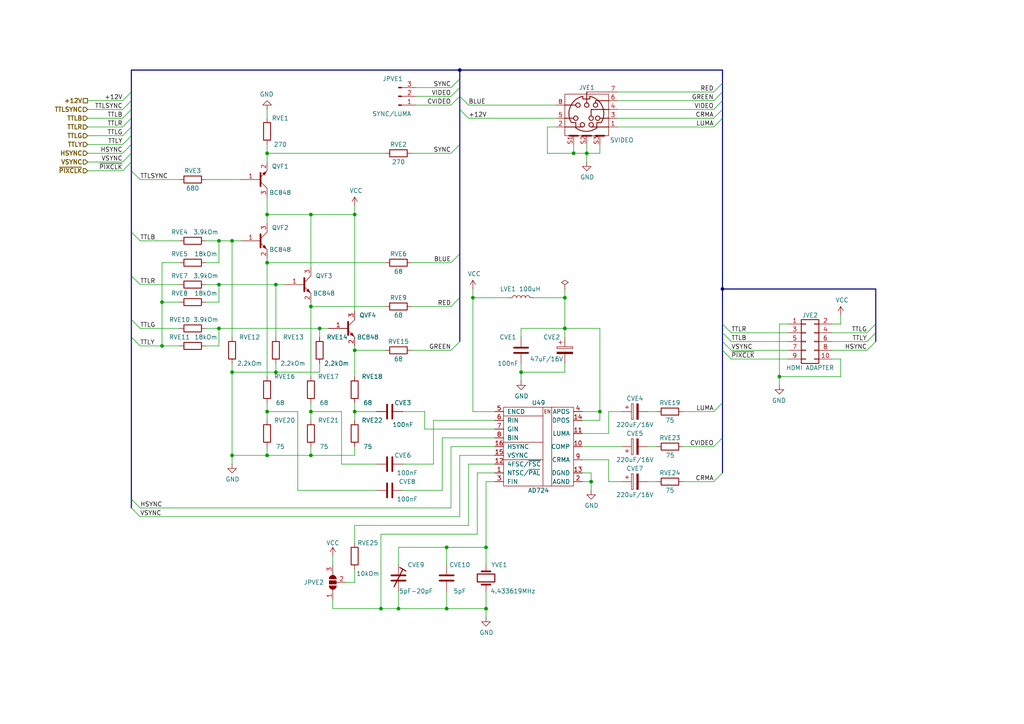
<source format=kicad_sch>
(kicad_sch (version 20231120) (generator "eeschema") (generator_version "8.0")
  (paper "A4")
  (lib_symbols
    (symbol "Connector:Conn_01x03_Pin" (pin_names (offset 1.016) hide)
      (property "Reference" "J" (at 0 5.08 0))
      (property "Value" "Conn_01x03_Pin" (at 0 -5.08 0))
      (symbol "Conn_01x03_Pin_1_1"
        (polyline (pts (xy 1.27 -2.54) (xy 0.8636 -2.54)) (stroke (width 0.1524)))
        (polyline (pts (xy 1.27 0) (xy 0.8636 0)) (stroke (width 0.1524)))
        (polyline (pts (xy 1.27 2.54) (xy 0.8636 2.54)) (stroke (width 0.1524)))
        (rectangle (start 0.8636 -2.413) (end 0 -2.667) (stroke (width 0.1524)) (fill (type outline)))
        (rectangle (start 0.8636 0.127) (end 0 -0.127) (stroke (width 0.1524)) (fill (type outline)))
        (rectangle (start 0.8636 2.667) (end 0 2.413) (stroke (width 0.1524)) (fill (type outline)))
        (pin passive line (at 5.08 2.54 180) (length 3.81) (name "Pin_1") (number "1"))
        (pin passive line (at 5.08 0 180) (length 3.81) (name "Pin_2") (number "2"))
        (pin passive line (at 5.08 -2.54 180) (length 3.81) (name "Pin_3") (number "3"))
      )
    )
    (symbol "Device:C" (pin_numbers hide) (pin_names (offset 0.254))
      (property "Reference" "C" (at 0.635 2.54 0))
      (property "Value" "C" (at 0.635 -2.54 0))
      (symbol "C_0_1"
        (polyline (pts (xy -2.032 -0.762) (xy 2.032 -0.762)) (stroke (width 0.508)))
        (polyline (pts (xy -2.032 0.762) (xy 2.032 0.762)) (stroke (width 0.508)))
      )
      (symbol "C_1_1"
        (pin passive line (at 0 3.81 270) (length 2.794) (name "~") (number "1"))
        (pin passive line (at 0 -3.81 90) (length 2.794) (name "~") (number "2"))
      )
    )
    (symbol "Device:C_Polarized" (pin_numbers hide) (pin_names (offset 0.254))
      (property "Reference" "C" (at 0.635 2.54 0))
      (property "Value" "C_Polarized" (at 0.635 -2.54 0))
      (symbol "C_Polarized_0_1"
        (rectangle (start -2.286 0.508) (end 2.286 1.016))
        (polyline (pts (xy -1.778 2.286) (xy -0.762 2.286)))
        (polyline (pts (xy -1.27 2.794) (xy -1.27 1.778)))
        (rectangle (start 2.286 -0.508) (end -2.286 -1.016) (fill (type outline)))
      )
      (symbol "C_Polarized_1_1"
        (pin passive line (at 0 3.81 270) (length 2.794) (name "~") (number "1"))
        (pin passive line (at 0 -3.81 90) (length 2.794) (name "~") (number "2"))
      )
    )
    (symbol "Device:C_Trim" (pin_numbers hide) (pin_names (offset 0.254) hide)
      (property "Reference" "C" (at 1.524 -2.032 0))
      (property "Value" "C_Trim" (at 3.048 -3.556 0))
      (symbol "C_Trim_0_1"
        (polyline (pts (xy -2.032 -0.762) (xy 2.032 -0.762)) (stroke (width 0.508)))
        (polyline (pts (xy -2.032 0.762) (xy 2.032 0.762)) (stroke (width 0.508)))
        (polyline (pts (xy 1.27 2.54) (xy -1.27 -2.54)) (stroke (width 0.3048)))
        (polyline (pts (xy 1.27 2.54) (xy 0.381 3.048)) (stroke (width 0.3048)))
        (polyline (pts (xy 1.27 2.54) (xy 2.159 2.032)) (stroke (width 0.3048)))
      )
      (symbol "C_Trim_1_1"
        (pin passive line (at 0 3.81 270) (length 3.048) (name "~") (number "1"))
        (pin passive line (at 0 -3.81 90) (length 3.048) (name "~") (number "2"))
      )
    )
    (symbol "Device:Crystal" (pin_numbers hide) (pin_names (offset 1.016) hide)
      (property "Reference" "Y" (at 0 3.81 0))
      (property "Value" "Crystal" (at 0 -3.81 0))
      (symbol "Crystal_0_1"
        (rectangle (start -1.143 2.54) (end 1.143 -2.54) (stroke (width 0.3048)))
        (polyline (pts (xy -2.54 0) (xy -1.905 0)))
        (polyline (pts (xy -1.905 -1.27) (xy -1.905 1.27)) (stroke (width 0.508)))
        (polyline (pts (xy 1.905 -1.27) (xy 1.905 1.27)) (stroke (width 0.508)))
        (polyline (pts (xy 2.54 0) (xy 1.905 0)))
      )
      (symbol "Crystal_1_1"
        (pin passive line (at -3.81 0 0) (length 1.27) (name "1") (number "1"))
        (pin passive line (at 3.81 0 180) (length 1.27) (name "2") (number "2"))
      )
    )
    (symbol "Device:L" (pin_numbers hide) (pin_names (offset 1.016) hide)
      (property "Reference" "L" (at -1.27 0 90))
      (property "Value" "L" (at 1.905 0 90))
      (symbol "L_0_1"
        (arc (start 0 -2.54) (mid 0.6323 -1.905) (end 0 -1.27))
        (arc (start 0 -1.27) (mid 0.6323 -0.635) (end 0 0))
        (arc (start 0 0) (mid 0.6323 0.635) (end 0 1.27))
        (arc (start 0 1.27) (mid 0.6323 1.905) (end 0 2.54))
      )
      (symbol "L_1_1"
        (pin passive line (at 0 3.81 270) (length 1.27) (name "1") (number "1"))
        (pin passive line (at 0 -3.81 90) (length 1.27) (name "2") (number "2"))
      )
    )
    (symbol "Device:R" (pin_numbers hide) (pin_names (offset 0))
      (property "Reference" "R" (at 2.032 0 90))
      (property "Value" "R" (at 0 0 90))
      (symbol "R_0_1"
        (rectangle (start -1.016 -2.54) (end 1.016 2.54) (stroke (width 0.254)))
      )
      (symbol "R_1_1"
        (pin passive line (at 0 3.81 270) (length 1.27) (name "~") (number "1"))
        (pin passive line (at 0 -3.81 90) (length 1.27) (name "~") (number "2"))
      )
    )
    (symbol "Jumper:SolderJumper_3_Open" (pin_names (offset 0) hide)
      (property "Reference" "JP" (at -2.54 -2.54 0))
      (property "Value" "SolderJumper_3_Open" (at 0 2.794 0))
      (symbol "SolderJumper_3_Open_0_1"
        (arc (start -1.016 1.016) (mid -2.0276 0) (end -1.016 -1.016))
        (arc (start -1.016 1.016) (mid -2.0276 0) (end -1.016 -1.016) (fill (type outline)))
        (rectangle (start -0.508 1.016) (end 0.508 -1.016) (fill (type outline)))
        (polyline (pts (xy -2.54 0) (xy -2.032 0)))
        (polyline (pts (xy -1.016 1.016) (xy -1.016 -1.016)))
        (polyline (pts (xy 0 -1.27) (xy 0 -1.016)))
        (polyline (pts (xy 1.016 1.016) (xy 1.016 -1.016)))
        (polyline (pts (xy 2.54 0) (xy 2.032 0)))
        (arc (start 1.016 -1.016) (mid 2.0276 0) (end 1.016 1.016))
        (arc (start 1.016 -1.016) (mid 2.0276 0) (end 1.016 1.016) (fill (type outline)))
      )
      (symbol "SolderJumper_3_Open_1_1"
        (pin passive line (at -5.08 0 0) (length 2.54) (name "A") (number "1"))
        (pin passive line (at 0 -3.81 90) (length 2.54) (name "C") (number "2"))
        (pin passive line (at 5.08 0 180) (length 2.54) (name "B") (number "3"))
      )
    )
    (symbol "Mini-DIN:MD-80"
      (property "Reference" "CN" (at 0 7.62 0))
      (property "Value" "MD-80" (at 0 -8.89 0))
      (symbol "MD-80_0_1"
        (rectangle (start -6.35 5.715) (end 6.35 -6.35))
        (arc (start -3.175 -4.064) (mid -0.127 -5.08) (end 2.921 -4.064) (stroke (width 0.254)))
        (circle (center -3.175 -1.27) (radius 0.635) (stroke (width 0.25)))
        (circle (center -2.54 2.54) (radius 0.635) (stroke (width 0.25)))
        (circle (center -1.27 -3.175) (radius 0.635) (stroke (width 0.25)))
        (rectangle (start -1.27 0) (end -1.27 0))
        (arc (start -1.143 5.08) (mid -4.7511 2.1181) (end -4.445 -2.54) (stroke (width 0.254)))
        (polyline (pts (xy -6.35 -1.27) (xy -3.81 -1.27)) (stroke (width 0.25)))
        (polyline (pts (xy -6.35 2.54) (xy -3.175 2.54)) (stroke (width 0.25)))
        (polyline (pts (xy -5.08 -6.35) (xy -2.54 -6.35)) (stroke (width 0.5)))
        (polyline (pts (xy -1.27 -6.35) (xy 1.27 -6.35)) (stroke (width 0.5)))
        (polyline (pts (xy 0 3.175) (xy 0 6.35)) (stroke (width 0.25)))
        (polyline (pts (xy 0 5.08) (xy 0 5.08)) (stroke (width 0.25)))
        (polyline (pts (xy 0 6.35) (xy 6.35 6.35)))
        (polyline (pts (xy 2.54 -6.35) (xy 5.08 -6.35)) (stroke (width 0.5)))
        (polyline (pts (xy 3.81 -1.27) (xy 6.34 -1.27)) (stroke (width 0.25)))
        (polyline (pts (xy 6.985 5.715) (xy 6.985 5.715)))
        (polyline (pts (xy -4.445 -2.54) (xy -3.175 -2.54) (xy -3.175 -4.064)) (stroke (width 0.254)))
        (polyline (pts (xy -1.27 -3.81) (xy -1.27 -3.81) (xy -6.35 -3.81)) (stroke (width 0.25)))
        (polyline (pts (xy 1.27 -3.81) (xy 1.27 -3.81) (xy 6.35 -3.81)) (stroke (width 0.25)))
        (polyline (pts (xy 1.27 -0.635) (xy 1.27 1.27) (xy 6.35 1.27)) (stroke (width 0.25)))
        (polyline (pts (xy 2.54 3.175) (xy 2.54 3.81) (xy 6.35 3.81)) (stroke (width 0.25)))
        (polyline (pts (xy 4.191 -2.54) (xy 2.921 -2.54) (xy 2.921 -4.064)) (stroke (width 0.254)))
        (polyline (pts (xy -1.143 5.08) (xy -1.143 4.318) (xy 0.889 4.318) (xy 0.889 5.08)) (stroke (width 0.254)))
        (circle (center 0 2.54) (radius 0.635) (stroke (width 0.25)))
        (circle (center 1.27 -3.175) (radius 0.635) (stroke (width 0.25)))
        (circle (center 1.27 -1.27) (radius 0.635) (stroke (width 0.25)))
        (circle (center 2.54 2.54) (radius 0.635) (stroke (width 0.25)))
        (circle (center 3.175 -1.27) (radius 0.635) (stroke (width 0.25)))
        (arc (start 4.191 -2.54) (mid 4.5376 2.1357) (end 0.889 5.08) (stroke (width 0.254)))
      )
      (symbol "MD-80_1_1"
        (pin passive line (at 8.89 -3.81 180) (length 2.54) (name "") (number "1"))
        (pin passive line (at -8.89 -3.81 0) (length 2.54) (name "") (number "2"))
        (pin passive line (at 8.89 -1.27 180) (length 2.54) (name "") (number "3"))
        (pin passive line (at 8.89 1.27 180) (length 2.54) (name "") (number "4"))
        (pin passive line (at -8.89 -1.27 0) (length 2.54) (name "") (number "5"))
        (pin passive line (at 8.89 3.81 180) (length 2.54) (name "") (number "6"))
        (pin passive line (at 8.89 6.35 180) (length 2.54) (name "") (number "7"))
        (pin passive line (at -8.89 2.54 0) (length 2.54) (name "") (number "8"))
        (pin passive line (at -3.81 -8.89 90) (length 2.54) (name "") (number "S1"))
        (pin passive line (at 0 -8.89 90) (length 2.54) (name "") (number "S2"))
        (pin passive line (at 3.81 -8.89 90) (length 2.54) (name "") (number "S3"))
      )
    )
    (symbol "power:GND" (power) (pin_numbers hide) (pin_names (offset 0) hide)
      (property "Value" "GND" (at 0 -3.81 0))
      (symbol "GND_0_1"
        (polyline (pts (xy 0 0) (xy 0 -1.27) (xy 1.27 -1.27) (xy 0 -2.54) (xy -1.27 -1.27) (xy 0 -1.27)))
      )
      (symbol "GND_1_1"
        (pin power_in line (at 0 0 270) (length 0) (name "~") (number "1"))
      )
    )
    (symbol "power:PWR_FLAG" (power) (pin_numbers hide) (pin_names (offset 0) hide)
      (property "Value" "PWR_FLAG" (at 0 3.81 0))
      (symbol "PWR_FLAG_0_0"
        (pin power_out line (at 0 0 90) (length 0) (name "~") (number "1"))
      )
      (symbol "PWR_FLAG_0_1"
        (polyline (pts (xy 0 0) (xy 0 1.27) (xy -1.016 1.905) (xy 0 2.54) (xy 1.016 1.905) (xy 0 1.27)))
      )
    )
    (symbol "power:VCC" (power) (pin_numbers hide) (pin_names (offset 0) hide)
      (property "Value" "VCC" (at 0 3.556 0))
      (symbol "VCC_0_1"
        (polyline (pts (xy -0.762 1.27) (xy 0 2.54)))
        (polyline (pts (xy 0 0) (xy 0 2.54)))
        (polyline (pts (xy 0 2.54) (xy 0.762 1.27)))
      )
      (symbol "VCC_1_1"
        (pin power_in line (at 0 0 90) (length 0) (name "~") (number "1"))
      )
    )
    (symbol "zx_custom_symbol:AD724" (pin_names (offset 1.016))
      (property "Reference" "U" (at 0 12.7 0))
      (property "Value" "AD724" (at 0 -12.7 0))
      (symbol "AD724_0_0"
        (polyline (pts (xy 1.27 11.43) (xy 1.27 -11.43)))
        (polyline (pts (xy 3.81 11.43) (xy 3.81 -11.43)))
        (text "EN" (at 2.54 10.16 0) (effects (font (size 1 1))))
      )
      (symbol "AD724_0_1"
        (rectangle (start -10.16 11.43) (end 10.16 -11.43))
        (polyline (pts (xy -10.16 -3.81) (xy 1.27 -3.81)))
        (polyline (pts (xy -10.16 1.27) (xy 1.27 1.27)))
        (polyline (pts (xy -10.16 8.89) (xy 1.27 8.89)))
        (rectangle (start 6.35 -11.43) (end 6.35 -11.43))
      )
      (symbol "AD724_1_1"
        (pin input line (at -12.7 -7.62 0) (length 2.54) (name "NTSC/~{PAL}") (number "1"))
        (pin output line (at 12.7 0 180) (length 2.54) (name "COMP") (number "10"))
        (pin output line (at 12.7 3.81 180) (length 2.54) (name "LUMA") (number "11"))
        (pin input line (at -12.7 -5.08 0) (length 2.54) (name "4FSC/~{FSC}") (number "12"))
        (pin power_in line (at 12.7 -7.62 180) (length 2.54) (name "DGND") (number "13"))
        (pin power_in line (at 12.7 7.62 180) (length 2.54) (name "DPOS") (number "14"))
        (pin input line (at -12.7 -2.54 0) (length 2.54) (name "VSYNC") (number "15"))
        (pin input line (at -12.7 0 0) (length 2.54) (name "HSYNC") (number "16"))
        (pin power_in line (at 12.7 -10.16 180) (length 2.54) (name "AGND") (number "2"))
        (pin input line (at -12.7 -10.16 0) (length 2.54) (name "FIN") (number "3"))
        (pin power_in line (at 12.7 10.16 180) (length 2.54) (name "APOS") (number "4"))
        (pin input line (at -12.7 10.16 0) (length 2.54) (name "ENCD") (number "5"))
        (pin input line (at -12.7 7.62 0) (length 2.54) (name "RIN") (number "6"))
        (pin input line (at -12.7 5.08 0) (length 2.54) (name "GIN") (number "7"))
        (pin input line (at -12.7 2.54 0) (length 2.54) (name "BIN") (number "8"))
        (pin output line (at 12.7 -3.81 180) (length 2.54) (name "CRMA") (number "9"))
      )
    )
    (symbol "zx_custom_symbol:Conn_02x05" (pin_names (offset 1.016) hide)
      (property "Reference" "J" (at 0 7.62 0))
      (property "Value" "Conn_02x05" (at 0 -7.62 0))
      (symbol "Conn_02x05_1_1"
        (rectangle (start -2.54 -4.953) (end -1.27 -5.207) (stroke (width 0.1524)))
        (rectangle (start -2.54 -2.413) (end -1.27 -2.667) (stroke (width 0.1524)))
        (rectangle (start -2.54 0.127) (end -1.27 -0.127) (stroke (width 0.1524)))
        (rectangle (start -2.54 2.667) (end -1.27 2.413) (stroke (width 0.1524)))
        (rectangle (start -2.54 5.207) (end -1.27 4.953) (stroke (width 0.1524)))
        (rectangle (start -2.54 6.35) (end 2.54 -6.35) (stroke (width 0.254)))
        (rectangle (start 2.54 -4.953) (end 1.27 -5.207) (stroke (width 0.1524)))
        (rectangle (start 2.54 -2.413) (end 1.27 -2.667) (stroke (width 0.1524)))
        (rectangle (start 2.54 0.127) (end 1.27 -0.127) (stroke (width 0.1524)))
        (rectangle (start 2.54 2.667) (end 1.27 2.413) (stroke (width 0.1524)))
        (rectangle (start 2.54 5.207) (end 1.27 4.953) (stroke (width 0.1524)))
        (pin passive line (at -6.35 5.08 0) (length 3.81) (name "Pin_1") (number "1"))
        (pin passive line (at 6.35 -5.08 180) (length 3.81) (name "Pin_10") (number "10"))
        (pin passive line (at 6.35 5.08 180) (length 3.81) (name "Pin_2") (number "2"))
        (pin passive line (at -6.35 2.54 0) (length 3.81) (name "Pin_3") (number "3"))
        (pin passive line (at 6.35 2.54 180) (length 3.81) (name "Pin_4") (number "4"))
        (pin passive line (at -6.35 0 0) (length 3.81) (name "Pin_5") (number "5"))
        (pin passive line (at 6.35 0 180) (length 3.81) (name "Pin_6") (number "6"))
        (pin passive line (at -6.35 -2.54 0) (length 3.81) (name "Pin_7") (number "7"))
        (pin passive line (at 6.35 -2.54 180) (length 3.81) (name "Pin_8") (number "8"))
        (pin passive line (at -6.35 -5.08 0) (length 3.81) (name "Pin_9") (number "9"))
      )
    )
    (symbol "zx_custom_symbol:NPN_BEC" (pin_names hide)
      (property "Reference" "Q" (at 3.81 2.54 0))
      (property "Value" "NPN_BEC" (at 7.62 -2.54 0))
      (symbol "NPN_BEC_1_1"
        (polyline (pts (xy 0.635 0.635) (xy 2.54 2.54)))
        (polyline (pts (xy 0.635 -0.635) (xy 2.54 -2.54) (xy 2.54 -2.54)))
        (polyline (pts (xy 0.635 1.905) (xy 0.635 -1.905) (xy 0.635 -1.905)) (stroke (width 0.508)))
        (polyline (pts (xy 1.27 -1.778) (xy 1.778 -1.27) (xy 2.286 -2.286) (xy 1.27 -1.778) (xy 1.27 -1.778)) (fill (type outline)))
        (pin input line (at -5.08 0 0) (length 5.715) (name "B") (number "1"))
        (pin passive line (at 2.54 -5.08 90) (length 2.54) (name "E") (number "2"))
        (pin passive line (at 2.54 5.08 270) (length 2.54) (name "C") (number "3"))
      )
    )
  )
  (junction (at 151.13 107.95))
  (junction (at 170.18 44.45))
  (junction (at 77.47 119.38))
  (junction (at 90.17 88.9))
  (junction (at 115.57 176.53))
  (junction (at 102.87 119.38))
  (junction (at 173.99 119.38))
  (junction (at 209.55 83.82))
  (junction (at 90.17 132.08))
  (junction (at 171.45 139.7))
  (junction (at 140.97 176.53))
  (junction (at 129.54 176.53))
  (junction (at 63.5 82.55))
  (junction (at 110.49 176.53))
  (junction (at 133.35 20.32))
  (junction (at 80.01 107.95))
  (junction (at 102.87 62.23))
  (junction (at 92.71 95.25))
  (junction (at 77.47 76.2))
  (junction (at 67.31 69.85))
  (junction (at 90.17 62.23))
  (junction (at 77.47 132.08))
  (junction (at 67.31 132.08))
  (junction (at 163.83 95.25))
  (junction (at 90.17 119.38))
  (junction (at 163.83 86.36))
  (junction (at 129.54 158.75))
  (junction (at 102.87 101.6))
  (junction (at 46.99 87.63))
  (junction (at 77.47 44.45))
  (junction (at 137.16 86.36))
  (junction (at 166.37 44.45))
  (junction (at 77.47 62.23))
  (junction (at 80.01 82.55))
  (junction (at 46.99 100.33))
  (junction (at 63.5 69.85))
  (junction (at 63.5 95.25))
  (junction (at 226.06 109.22))
  (junction (at 140.97 158.75))
  (junction (at 67.31 107.95))
  (bus_entry (at 209.55 31.75) (size -2.54 2.54))
  (bus_entry (at 130.81 44.45) (size 2.54 -2.54))
  (bus_entry (at 133.35 31.75) (size 2.54 2.54))
  (bus_entry (at 130.81 27.94) (size 2.54 -2.54))
  (bus_entry (at 38.1 97.79) (size 2.54 2.54))
  (bus_entry (at 130.81 25.4) (size 2.54 -2.54))
  (bus_entry (at 209.55 101.6) (size 2.54 2.54))
  (bus_entry (at 209.55 93.98) (size 2.54 2.54))
  (bus_entry (at 209.55 99.06) (size 2.54 2.54))
  (bus_entry (at 38.1 26.67) (size -2.54 2.54))
  (bus_entry (at 209.55 127) (size -2.54 2.54))
  (bus_entry (at 209.55 137.16) (size -2.54 2.54))
  (bus_entry (at 209.55 116.84) (size -2.54 2.54))
  (bus_entry (at 38.1 36.83) (size -2.54 2.54))
  (bus_entry (at 38.1 34.29) (size -2.54 2.54))
  (bus_entry (at 254 96.52) (size -2.54 2.54))
  (bus_entry (at 38.1 41.91) (size -2.54 2.54))
  (bus_entry (at 130.81 30.48) (size 2.54 -2.54))
  (bus_entry (at 38.1 49.53) (size 2.54 2.54))
  (bus_entry (at 209.55 96.52) (size 2.54 2.54))
  (bus_entry (at 38.1 44.45) (size -2.54 2.54))
  (bus_entry (at 254 93.98) (size -2.54 2.54))
  (bus_entry (at 130.81 88.9) (size 2.54 -2.54))
  (bus_entry (at 38.1 67.31) (size 2.54 2.54))
  (bus_entry (at 38.1 144.78) (size 2.54 2.54))
  (bus_entry (at 133.35 73.66) (size -2.54 2.54))
  (bus_entry (at 209.55 29.21) (size -2.54 2.54))
  (bus_entry (at 254 99.06) (size -2.54 2.54))
  (bus_entry (at 38.1 147.32) (size 2.54 2.54))
  (bus_entry (at 38.1 29.21) (size -2.54 2.54))
  (bus_entry (at 209.55 26.67) (size -2.54 2.54))
  (bus_entry (at 207.01 36.83) (size 2.54 -2.54))
  (bus_entry (at 38.1 92.71) (size 2.54 2.54))
  (bus_entry (at 38.1 80.01) (size 2.54 2.54))
  (bus_entry (at 38.1 39.37) (size -2.54 2.54))
  (bus_entry (at 133.35 27.94) (size 2.54 2.54))
  (bus_entry (at 38.1 46.99) (size -2.54 2.54))
  (bus_entry (at 130.81 101.6) (size 2.54 -2.54))
  (bus_entry (at 38.1 31.75) (size -2.54 2.54))
  (bus_entry (at 209.55 24.13) (size -2.54 2.54))
  (wire (pts (xy 176.53 125.73) (xy 176.53 119.38)))
  (bus (pts (xy 209.55 29.21) (xy 209.55 31.75)))
  (bus (pts (xy 38.1 46.99) (xy 38.1 49.53)))
  (wire (pts (xy 179.07 34.29) (xy 207.01 34.29)))
  (bus (pts (xy 133.35 27.94) (xy 133.35 31.75)))
  (bus (pts (xy 254 96.52) (xy 254 99.06)))
  (wire (pts (xy 99.06 119.38) (xy 99.06 134.62)))
  (wire (pts (xy 168.91 137.16) (xy 171.45 137.16)))
  (wire (pts (xy 137.16 83.82) (xy 137.16 86.36)))
  (wire (pts (xy 179.07 29.21) (xy 207.01 29.21)))
  (bus (pts (xy 209.55 137.16) (xy 209.55 127)))
  (wire (pts (xy 163.83 83.82) (xy 163.83 86.36)))
  (wire (pts (xy 77.47 129.54) (xy 77.47 132.08)))
  (wire (pts (xy 92.71 95.25) (xy 63.5 95.25)))
  (wire (pts (xy 102.87 119.38) (xy 102.87 121.92)))
  (wire (pts (xy 25.4 34.29) (xy 35.56 34.29)))
  (wire (pts (xy 241.3 101.6) (xy 251.46 101.6)))
  (wire (pts (xy 163.83 97.79) (xy 163.83 95.25)))
  (bus (pts (xy 209.55 99.06) (xy 209.55 101.6)))
  (wire (pts (xy 151.13 105.41) (xy 151.13 107.95)))
  (wire (pts (xy 212.09 101.6) (xy 228.6 101.6)))
  (wire (pts (xy 102.87 119.38) (xy 109.22 119.38)))
  (wire (pts (xy 67.31 107.95) (xy 67.31 132.08)))
  (wire (pts (xy 100.33 168.91) (xy 102.87 168.91)))
  (wire (pts (xy 77.47 76.2) (xy 77.47 109.22)))
  (wire (pts (xy 173.99 119.38) (xy 173.99 121.92)))
  (wire (pts (xy 166.37 44.45) (xy 170.18 44.45)))
  (wire (pts (xy 168.91 121.92) (xy 173.99 121.92)))
  (wire (pts (xy 128.27 127) (xy 143.51 127)))
  (bus (pts (xy 38.1 36.83) (xy 38.1 39.37)))
  (wire (pts (xy 25.4 41.91) (xy 35.56 41.91)))
  (wire (pts (xy 226.06 93.98) (xy 226.06 109.22)))
  (wire (pts (xy 135.89 34.29) (xy 161.29 34.29)))
  (wire (pts (xy 226.06 109.22) (xy 226.06 111.76)))
  (wire (pts (xy 151.13 95.25) (xy 163.83 95.25)))
  (wire (pts (xy 115.57 158.75) (xy 129.54 158.75)))
  (wire (pts (xy 25.4 31.75) (xy 35.56 31.75)))
  (wire (pts (xy 111.76 76.2) (xy 77.47 76.2)))
  (wire (pts (xy 228.6 93.98) (xy 226.06 93.98)))
  (wire (pts (xy 123.19 119.38) (xy 123.19 124.46)))
  (wire (pts (xy 102.87 165.1) (xy 102.87 168.91)))
  (wire (pts (xy 109.22 134.62) (xy 99.06 134.62)))
  (wire (pts (xy 212.09 96.52) (xy 228.6 96.52)))
  (wire (pts (xy 90.17 62.23) (xy 102.87 62.23)))
  (wire (pts (xy 228.6 99.06) (xy 212.09 99.06)))
  (bus (pts (xy 254 93.98) (xy 254 96.52)))
  (bus (pts (xy 38.1 20.32) (xy 38.1 26.67)))
  (wire (pts (xy 187.96 139.7) (xy 190.5 139.7)))
  (wire (pts (xy 92.71 105.41) (xy 92.71 107.95)))
  (wire (pts (xy 130.81 129.54) (xy 130.81 147.32)))
  (wire (pts (xy 90.17 119.38) (xy 90.17 121.92)))
  (wire (pts (xy 25.4 44.45) (xy 35.56 44.45)))
  (wire (pts (xy 137.16 119.38) (xy 143.51 119.38)))
  (bus (pts (xy 209.55 83.82) (xy 209.55 93.98)))
  (wire (pts (xy 119.38 44.45) (xy 130.81 44.45)))
  (wire (pts (xy 140.97 158.75) (xy 140.97 163.83)))
  (wire (pts (xy 77.47 116.84) (xy 77.47 119.38)))
  (wire (pts (xy 168.91 125.73) (xy 176.53 125.73)))
  (wire (pts (xy 102.87 101.6) (xy 111.76 101.6)))
  (bus (pts (xy 133.35 25.4) (xy 133.35 27.94)))
  (wire (pts (xy 102.87 101.6) (xy 102.87 109.22)))
  (wire (pts (xy 80.01 82.55) (xy 63.5 82.55)))
  (wire (pts (xy 77.47 31.75) (xy 77.47 34.29)))
  (wire (pts (xy 170.18 41.91) (xy 170.18 44.45)))
  (wire (pts (xy 109.22 142.24) (xy 86.36 142.24)))
  (wire (pts (xy 151.13 107.95) (xy 151.13 110.49)))
  (wire (pts (xy 102.87 116.84) (xy 102.87 119.38)))
  (wire (pts (xy 102.87 129.54) (xy 102.87 132.08)))
  (wire (pts (xy 102.87 152.4) (xy 102.87 157.48)))
  (wire (pts (xy 40.64 69.85) (xy 52.07 69.85)))
  (wire (pts (xy 129.54 171.45) (xy 129.54 176.53)))
  (wire (pts (xy 25.4 29.21) (xy 35.56 29.21)))
  (wire (pts (xy 154.94 86.36) (xy 163.83 86.36)))
  (wire (pts (xy 77.47 119.38) (xy 77.47 121.92)))
  (wire (pts (xy 123.19 119.38) (xy 116.84 119.38)))
  (wire (pts (xy 140.97 176.53) (xy 140.97 179.07)))
  (wire (pts (xy 80.01 82.55) (xy 80.01 97.79)))
  (wire (pts (xy 115.57 171.45) (xy 115.57 176.53)))
  (wire (pts (xy 80.01 105.41) (xy 80.01 107.95)))
  (wire (pts (xy 120.65 30.48) (xy 130.81 30.48)))
  (wire (pts (xy 173.99 41.91) (xy 173.99 44.45)))
  (wire (pts (xy 251.46 96.52) (xy 241.3 96.52)))
  (wire (pts (xy 90.17 87.63) (xy 90.17 88.9)))
  (wire (pts (xy 102.87 90.17) (xy 102.87 62.23)))
  (wire (pts (xy 59.69 76.2) (xy 63.5 76.2)))
  (bus (pts (xy 38.1 49.53) (xy 38.1 67.31)))
  (bus (pts (xy 133.35 73.66) (xy 133.35 86.36)))
  (wire (pts (xy 119.38 88.9) (xy 130.81 88.9)))
  (wire (pts (xy 138.43 137.16) (xy 138.43 154.94)))
  (wire (pts (xy 168.91 119.38) (xy 173.99 119.38)))
  (wire (pts (xy 96.52 176.53) (xy 110.49 176.53)))
  (wire (pts (xy 176.53 133.35) (xy 176.53 139.7)))
  (wire (pts (xy 135.89 134.62) (xy 135.89 152.4)))
  (wire (pts (xy 69.85 52.07) (xy 59.69 52.07)))
  (bus (pts (xy 38.1 44.45) (xy 38.1 46.99)))
  (wire (pts (xy 67.31 105.41) (xy 67.31 107.95)))
  (wire (pts (xy 77.47 132.08) (xy 67.31 132.08)))
  (wire (pts (xy 137.16 86.36) (xy 137.16 119.38)))
  (wire (pts (xy 77.47 119.38) (xy 86.36 119.38)))
  (wire (pts (xy 125.73 121.92) (xy 125.73 134.62)))
  (wire (pts (xy 187.96 129.54) (xy 190.5 129.54)))
  (bus (pts (xy 209.55 34.29) (xy 209.55 31.75)))
  (wire (pts (xy 77.47 62.23) (xy 90.17 62.23)))
  (bus (pts (xy 209.55 34.29) (xy 209.55 83.82)))
  (wire (pts (xy 35.56 36.83) (xy 25.4 36.83)))
  (wire (pts (xy 59.69 100.33) (xy 63.5 100.33)))
  (wire (pts (xy 168.91 133.35) (xy 176.53 133.35)))
  (wire (pts (xy 140.97 171.45) (xy 140.97 176.53)))
  (wire (pts (xy 163.83 95.25) (xy 173.99 95.25)))
  (wire (pts (xy 168.91 129.54) (xy 180.34 129.54)))
  (wire (pts (xy 82.55 82.55) (xy 80.01 82.55)))
  (bus (pts (xy 38.1 92.71) (xy 38.1 97.79)))
  (wire (pts (xy 143.51 137.16) (xy 138.43 137.16)))
  (wire (pts (xy 226.06 109.22) (xy 243.84 109.22)))
  (wire (pts (xy 35.56 46.99) (xy 25.4 46.99)))
  (wire (pts (xy 163.83 86.36) (xy 163.83 95.25)))
  (wire (pts (xy 119.38 76.2) (xy 130.81 76.2)))
  (bus (pts (xy 133.35 20.32) (xy 133.35 22.86)))
  (wire (pts (xy 90.17 88.9) (xy 111.76 88.9)))
  (bus (pts (xy 133.35 20.32) (xy 209.55 20.32)))
  (wire (pts (xy 63.5 82.55) (xy 59.69 82.55)))
  (wire (pts (xy 69.85 69.85) (xy 67.31 69.85)))
  (wire (pts (xy 179.07 26.67) (xy 207.01 26.67)))
  (bus (pts (xy 38.1 26.67) (xy 38.1 29.21)))
  (wire (pts (xy 243.84 104.14) (xy 243.84 109.22)))
  (wire (pts (xy 59.69 95.25) (xy 63.5 95.25)))
  (bus (pts (xy 254 83.82) (xy 254 93.98)))
  (wire (pts (xy 179.07 36.83) (xy 207.01 36.83)))
  (wire (pts (xy 90.17 119.38) (xy 99.06 119.38)))
  (wire (pts (xy 140.97 139.7) (xy 143.51 139.7)))
  (wire (pts (xy 59.69 87.63) (xy 63.5 87.63)))
  (wire (pts (xy 90.17 77.47) (xy 90.17 62.23)))
  (wire (pts (xy 115.57 176.53) (xy 129.54 176.53)))
  (wire (pts (xy 77.47 41.91) (xy 77.47 44.45)))
  (bus (pts (xy 133.35 20.32) (xy 38.1 20.32)))
  (bus (pts (xy 38.1 39.37) (xy 38.1 41.91)))
  (bus (pts (xy 133.35 31.75) (xy 133.35 41.91)))
  (bus (pts (xy 38.1 97.79) (xy 38.1 144.78)))
  (wire (pts (xy 151.13 97.79) (xy 151.13 95.25)))
  (wire (pts (xy 40.64 100.33) (xy 46.99 100.33)))
  (wire (pts (xy 179.07 31.75) (xy 207.01 31.75)))
  (wire (pts (xy 170.18 44.45) (xy 170.18 46.99)))
  (wire (pts (xy 63.5 69.85) (xy 67.31 69.85)))
  (wire (pts (xy 110.49 176.53) (xy 110.49 154.94)))
  (wire (pts (xy 138.43 154.94) (xy 110.49 154.94)))
  (bus (pts (xy 209.55 93.98) (xy 209.55 96.52)))
  (wire (pts (xy 212.09 104.14) (xy 228.6 104.14)))
  (wire (pts (xy 120.65 27.94) (xy 130.81 27.94)))
  (wire (pts (xy 96.52 161.29) (xy 96.52 163.83)))
  (wire (pts (xy 40.64 82.55) (xy 52.07 82.55)))
  (bus (pts (xy 38.1 29.21) (xy 38.1 31.75)))
  (wire (pts (xy 176.53 119.38) (xy 180.34 119.38)))
  (wire (pts (xy 163.83 107.95) (xy 151.13 107.95)))
  (wire (pts (xy 143.51 134.62) (xy 135.89 134.62)))
  (wire (pts (xy 86.36 119.38) (xy 86.36 142.24)))
  (bus (pts (xy 38.1 31.75) (xy 38.1 34.29)))
  (wire (pts (xy 52.07 76.2) (xy 46.99 76.2)))
  (bus (pts (xy 38.1 34.29) (xy 38.1 36.83)))
  (wire (pts (xy 96.52 173.99) (xy 96.52 176.53)))
  (wire (pts (xy 102.87 152.4) (xy 135.89 152.4)))
  (wire (pts (xy 52.07 100.33) (xy 46.99 100.33)))
  (wire (pts (xy 129.54 158.75) (xy 140.97 158.75)))
  (bus (pts (xy 209.55 24.13) (xy 209.55 20.32)))
  (wire (pts (xy 241.3 93.98) (xy 243.84 93.98)))
  (wire (pts (xy 115.57 163.83) (xy 115.57 158.75)))
  (wire (pts (xy 198.12 119.38) (xy 207.01 119.38)))
  (wire (pts (xy 171.45 137.16) (xy 171.45 139.7)))
  (wire (pts (xy 110.49 176.53) (xy 115.57 176.53)))
  (wire (pts (xy 161.29 36.83) (xy 158.75 36.83)))
  (wire (pts (xy 90.17 88.9) (xy 90.17 109.22)))
  (bus (pts (xy 209.55 83.82) (xy 254 83.82)))
  (bus (pts (xy 133.35 86.36) (xy 133.35 99.06)))
  (wire (pts (xy 67.31 134.62) (xy 67.31 132.08)))
  (bus (pts (xy 209.55 26.67) (xy 209.55 29.21)))
  (wire (pts (xy 102.87 132.08) (xy 90.17 132.08)))
  (wire (pts (xy 135.89 30.48) (xy 161.29 30.48)))
  (wire (pts (xy 133.35 132.08) (xy 133.35 149.86)))
  (wire (pts (xy 116.84 142.24) (xy 128.27 142.24)))
  (wire (pts (xy 40.64 52.07) (xy 52.07 52.07)))
  (wire (pts (xy 140.97 158.75) (xy 140.97 139.7)))
  (wire (pts (xy 198.12 129.54) (xy 207.01 129.54)))
  (wire (pts (xy 158.75 44.45) (xy 166.37 44.45)))
  (wire (pts (xy 198.12 139.7) (xy 207.01 139.7)))
  (bus (pts (xy 209.55 101.6) (xy 209.55 116.84)))
  (wire (pts (xy 95.25 95.25) (xy 92.71 95.25)))
  (wire (pts (xy 130.81 25.4) (xy 120.65 25.4)))
  (wire (pts (xy 128.27 142.24) (xy 128.27 127)))
  (wire (pts (xy 40.64 147.32) (xy 130.81 147.32)))
  (bus (pts (xy 209.55 127) (xy 209.55 116.84)))
  (wire (pts (xy 77.47 44.45) (xy 77.47 46.99)))
  (wire (pts (xy 77.47 62.23) (xy 77.47 64.77)))
  (bus (pts (xy 133.35 41.91) (xy 133.35 73.66)))
  (wire (pts (xy 80.01 107.95) (xy 92.71 107.95)))
  (wire (pts (xy 59.69 69.85) (xy 63.5 69.85)))
  (wire (pts (xy 243.84 93.98) (xy 243.84 91.44)))
  (wire (pts (xy 35.56 39.37) (xy 25.4 39.37)))
  (wire (pts (xy 90.17 116.84) (xy 90.17 119.38)))
  (wire (pts (xy 173.99 95.25) (xy 173.99 119.38)))
  (wire (pts (xy 63.5 87.63) (xy 63.5 82.55)))
  (wire (pts (xy 129.54 176.53) (xy 140.97 176.53)))
  (wire (pts (xy 123.19 124.46) (xy 143.51 124.46)))
  (wire (pts (xy 241.3 104.14) (xy 243.84 104.14)))
  (bus (pts (xy 38.1 80.01) (xy 38.1 92.71)))
  (wire (pts (xy 125.73 121.92) (xy 143.51 121.92)))
  (wire (pts (xy 67.31 69.85) (xy 67.31 97.79)))
  (wire (pts (xy 168.91 139.7) (xy 171.45 139.7)))
  (wire (pts (xy 90.17 132.08) (xy 77.47 132.08)))
  (bus (pts (xy 38.1 41.91) (xy 38.1 44.45)))
  (wire (pts (xy 46.99 76.2) (xy 46.99 87.63)))
  (wire (pts (xy 166.37 41.91) (xy 166.37 44.45)))
  (wire (pts (xy 241.3 99.06) (xy 251.46 99.06)))
  (bus (pts (xy 133.35 22.86) (xy 133.35 25.4)))
  (wire (pts (xy 187.96 119.38) (xy 190.5 119.38)))
  (bus (pts (xy 209.55 26.67) (xy 209.55 24.13)))
  (wire (pts (xy 102.87 62.23) (xy 102.87 59.69)))
  (wire (pts (xy 116.84 134.62) (xy 125.73 134.62)))
  (wire (pts (xy 143.51 132.08) (xy 133.35 132.08)))
  (wire (pts (xy 129.54 158.75) (xy 129.54 163.83)))
  (wire (pts (xy 163.83 105.41) (xy 163.83 107.95)))
  (wire (pts (xy 77.47 62.23) (xy 77.47 57.15)))
  (wire (pts (xy 130.81 129.54) (xy 143.51 129.54)))
  (wire (pts (xy 63.5 76.2) (xy 63.5 69.85)))
  (wire (pts (xy 63.5 100.33) (xy 63.5 95.25)))
  (wire (pts (xy 40.64 95.25) (xy 52.07 95.25)))
  (bus (pts (xy 209.55 96.52) (xy 209.55 99.06)))
  (wire (pts (xy 158.75 36.83) (xy 158.75 44.45)))
  (wire (pts (xy 92.71 95.25) (xy 92.71 97.79)))
  (wire (pts (xy 170.18 44.45) (xy 173.99 44.45)))
  (wire (pts (xy 90.17 129.54) (xy 90.17 132.08)))
  (wire (pts (xy 52.07 87.63) (xy 46.99 87.63)))
  (wire (pts (xy 137.16 86.36) (xy 147.32 86.36)))
  (bus (pts (xy 38.1 67.31) (xy 38.1 80.01)))
  (wire (pts (xy 35.56 49.53) (xy 25.4 49.53)))
  (wire (pts (xy 67.31 107.95) (xy 80.01 107.95)))
  (wire (pts (xy 119.38 101.6) (xy 130.81 101.6)))
  (wire (pts (xy 77.47 74.93) (xy 77.47 76.2)))
  (wire (pts (xy 176.53 139.7) (xy 180.34 139.7)))
  (wire (pts (xy 102.87 100.33) (xy 102.87 101.6)))
  (wire (pts (xy 171.45 139.7) (xy 171.45 142.24)))
  (wire (pts (xy 77.47 44.45) (xy 111.76 44.45)))
  (wire (pts (xy 46.99 87.63) (xy 46.99 100.33)))
  (bus (pts (xy 38.1 144.78) (xy 38.1 147.32)))
  (wire (pts (xy 40.64 149.86) (xy 133.35 149.86)))
  (label "TTLR" (at 40.64 82.55 0))
  (label "TTLSYNC" (at 35.56 31.75 180))
  (label "SYNC" (at 130.81 25.4 180))
  (label "CVIDEO" (at 207.01 129.54 180))
  (label "CRMA" (at 207.01 34.29 180))
  (label "VIDEO" (at 207.01 31.75 180))
  (label "VSYNC" (at 35.56 46.99 180))
  (label "TTLY" (at 251.46 99.06 180))
  (label "HSYNC" (at 40.64 147.32 0))
  (label "CVIDEO" (at 130.81 30.48 180))
  (label "TTLG" (at 40.64 95.25 0))
  (label "TTLG" (at 35.56 39.37 180))
  (label "TTLB" (at 35.56 34.29 180))
  (label "TTLY" (at 35.56 41.91 180))
  (label "+12V" (at 135.89 34.29 0))
  (label "GREEN" (at 130.81 101.6 180))
  (label "CRMA" (at 207.01 139.7 180))
  (label "BLUE" (at 130.81 76.2 180))
  (label "TTLG" (at 251.46 96.52 180))
  (label "TTLY" (at 40.64 100.33 0))
  (label "TTLB" (at 212.09 99.06 0))
  (label "RED" (at 207.01 26.67 180))
  (label "LUMA" (at 207.01 119.38 180))
  (label "+12V" (at 35.56 29.21 180))
  (label "TTLB" (at 40.64 69.85 0))
  (label "VSYNC" (at 212.09 101.6 0))
  (label "HSYNC" (at 251.46 101.6 180))
  (label "~{PIXCLK}" (at 212.09 104.14 0))
  (label "TTLSYNC" (at 40.64 52.07 0))
  (label "VIDEO" (at 130.81 27.94 180))
  (label "~{PIXCLK}" (at 35.56 49.53 180))
  (label "SYNC" (at 130.81 44.45 180))
  (label "VSYNC" (at 40.64 149.86 0))
  (label "TTLR" (at 212.09 96.52 0))
  (label "RED" (at 130.81 88.9 180))
  (label "GREEN" (at 207.01 29.21 180))
  (label "TTLR" (at 35.56 36.83 180))
  (label "HSYNC" (at 35.56 44.45 180))
  (label "BLUE" (at 135.89 30.48 0))
  (label "LUMA" (at 207.01 36.83 180))
  (hierarchical_label "VSYNC" (shape input) (at 25.4 46.99 180) (effects (font (thickness 0.254) (bold yes))))
  (hierarchical_label "+12V" (shape passive) (at 25.4 29.21 180) (effects (font (thickness 0.254) (bold yes))))
  (hierarchical_label "~{PIXCLK}" (shape input) (at 25.4 49.53 180) (effects (font (thickness 0.254) (bold yes))))
  (hierarchical_label "TTLG" (shape input) (at 25.4 39.37 180) (effects (font (thickness 0.254) (bold yes))))
  (hierarchical_label "TTLSYNC" (shape input) (at 25.4 31.75 180) (effects (font (thickness 0.254) (bold yes))))
  (hierarchical_label "HSYNC" (shape input) (at 25.4 44.45 180) (effects (font (thickness 0.254) (bold yes))))
  (hierarchical_label "TTLY" (shape input) (at 25.4 41.91 180) (effects (font (thickness 0.254) (bold yes))))
  (hierarchical_label "TTLB" (shape input) (at 25.4 34.29 180) (effects (font (thickness 0.254) (bold yes))))
  (hierarchical_label "TTLR" (shape input) (at 25.4 36.83 180) (effects (font (thickness 0.254) (bold yes))))
  (symbol (lib_id "power:GND") (at 140.97 179.07 0) (unit 1)
    (property "Reference" "#PWR075" (effects (hide yes)))
    (property "Value" "GND" (at 141.097 183.4642 0))
    (property "Description" "Power symbol creates a global label with name \"GND\" , ground" (effects (hide yes)))
  )
  (symbol (lib_id "Device:C") (at 113.03 119.38 90) (unit 1)
    (property "Reference" "CVE3" (at 116.84 116.84 90))
    (property "Value" "100nF" (at 116.84 123.19 90))
    (property "Footprint" "Capacitor_SMD:C_0805_2012Metric_Pad1.18x1.45mm_HandSolder" (effects (hide yes)))
    (property "Description" "Unpolarized capacitor" (effects (hide yes)))
  )
  (symbol (lib_id "Device:C") (at 113.03 134.62 90) (unit 1)
    (property "Reference" "CVE6" (at 116.84 132.08 90))
    (property "Value" "100nF" (at 118.11 137.16 90))
    (property "Footprint" "Capacitor_SMD:C_0805_2012Metric_Pad1.18x1.45mm_HandSolder" (effects (hide yes)))
    (property "Description" "Unpolarized capacitor" (effects (hide yes)))
  )
  (symbol (lib_id "Device:C") (at 113.03 142.24 90) (unit 1)
    (property "Reference" "CVE8" (at 118.11 139.7 90))
    (property "Value" "100nF" (at 118.11 144.78 90))
    (property "Footprint" "Capacitor_SMD:C_0805_2012Metric_Pad1.18x1.45mm_HandSolder" (effects (hide yes)))
    (property "Description" "Unpolarized capacitor" (effects (hide yes)))
  )
  (symbol (lib_id "power:GND") (at 77.47 31.75 180) (unit 1)
    (property "Reference" "#PWR065" (effects (hide yes)))
    (property "Value" "GND" (at 77.343 27.3558 0))
    (property "Description" "Power symbol creates a global label with name \"GND\" , ground" (effects (hide yes)))
  )
  (symbol (lib_id "Device:C") (at 151.13 101.6 0) (mirror y) (unit 1)
    (property "Reference" "CVE1" (at 147.32 97.79 0))
    (property "Value" "100nF" (at 147.32 105.41 0))
    (property "Footprint" "Capacitor_SMD:C_0805_2012Metric_Pad1.18x1.45mm_HandSolder" (effects (hide yes)))
    (property "Description" "Unpolarized capacitor" (effects (hide yes)))
  )
  (symbol (lib_id "power:VCC") (at 102.87 59.69 0) (unit 1)
    (property "Reference" "#PWR067" (effects (hide yes)))
    (property "Value" "VCC" (at 103.251 55.2958 0))
    (property "Description" "Power symbol creates a global label with name \"VCC\"" (effects (hide yes)))
  )
  (symbol (lib_id "Device:R") (at 90.17 125.73 0) (unit 1)
    (property "Reference" "RVE21" (at 95.25 121.92 0))
    (property "Value" "75" (at 93.98 129.54 0))
    (property "Footprint" "Resistor_SMD:R_0805_2012Metric_Pad1.20x1.40mm_HandSolder" (effects (hide yes)))
    (property "Description" "Resistor" (effects (hide yes)))
  )
  (symbol (lib_id "Device:R") (at 102.87 125.73 0) (unit 1)
    (property "Reference" "RVE22" (at 107.95 121.92 0))
    (property "Value" "75" (at 106.68 129.54 0))
    (property "Footprint" "Resistor_SMD:R_0805_2012Metric_Pad1.20x1.40mm_HandSolder" (effects (hide yes)))
    (property "Description" "Resistor" (effects (hide yes)))
  )
  (symbol (lib_id "Device:R") (at 90.17 113.03 0) (unit 1)
    (property "Reference" "RVE17" (at 95.25 109.22 0))
    (property "Value" "68" (at 93.98 116.84 0))
    (property "Footprint" "Resistor_SMD:R_0805_2012Metric_Pad1.20x1.40mm_HandSolder" (effects (hide yes)))
    (property "Description" "Resistor" (effects (hide yes)))
  )
  (symbol (lib_id "Device:R") (at 102.87 113.03 0) (unit 1)
    (property "Reference" "RVE18" (at 107.95 109.22 0))
    (property "Value" "68" (at 106.68 116.84 0))
    (property "Footprint" "Resistor_SMD:R_0805_2012Metric_Pad1.20x1.40mm_HandSolder" (effects (hide yes)))
    (property "Description" "Resistor" (effects (hide yes)))
  )
  (symbol (lib_id "Device:R") (at 80.01 101.6 0) (unit 1)
    (property "Reference" "RVE13" (at 85.09 97.79 0))
    (property "Value" "2.2kOm" (at 81.28 105.41 0) (effects (justify left)))
    (property "Footprint" "Resistor_SMD:R_0805_2012Metric_Pad1.20x1.40mm_HandSolder" (effects (hide yes)))
    (property "Description" "Resistor" (effects (hide yes)))
  )
  (symbol (lib_id "Device:R") (at 77.47 125.73 0) (unit 1)
    (property "Reference" "RVE20" (at 82.55 121.92 0))
    (property "Value" "75" (at 81.28 129.54 0))
    (property "Footprint" "Resistor_SMD:R_0805_2012Metric_Pad1.20x1.40mm_HandSolder" (effects (hide yes)))
    (property "Description" "Resistor" (effects (hide yes)))
  )
  (symbol (lib_id "Device:R") (at 67.31 101.6 0) (unit 1)
    (property "Reference" "RVE12" (at 72.39 97.79 0))
    (property "Value" "2.2kOm" (at 72.39 105.41 0))
    (property "Footprint" "Resistor_SMD:R_0805_2012Metric_Pad1.20x1.40mm_HandSolder" (effects (hide yes)))
    (property "Description" "Resistor" (effects (hide yes)))
  )
  (symbol (lib_id "Device:R") (at 77.47 113.03 0) (unit 1)
    (property "Reference" "RVE16" (at 82.55 109.22 0))
    (property "Value" "68" (at 81.28 116.84 0))
    (property "Footprint" "Resistor_SMD:R_0805_2012Metric_Pad1.20x1.40mm_HandSolder" (effects (hide yes)))
    (property "Description" "Resistor" (effects (hide yes)))
  )
  (symbol (lib_id "Device:R") (at 55.88 69.85 270) (unit 1)
    (property "Reference" "RVE4" (at 52.07 67.31 90))
    (property "Value" "3.9kOm" (at 59.69 67.31 90))
    (property "Footprint" "Resistor_SMD:R_0805_2012Metric_Pad1.20x1.40mm_HandSolder" (effects (hide yes)))
    (property "Description" "Resistor" (effects (hide yes)))
  )
  (symbol (lib_id "Device:R") (at 92.71 101.6 0) (unit 1)
    (property "Reference" "RVE14" (at 97.79 97.79 0))
    (property "Value" "2.2kOm" (at 93.98 105.41 0) (effects (justify left)))
    (property "Footprint" "Resistor_SMD:R_0805_2012Metric_Pad1.20x1.40mm_HandSolder" (effects (hide yes)))
    (property "Description" "Resistor" (effects (hide yes)))
  )
  (symbol (lib_id "Device:R") (at 55.88 82.55 270) (unit 1)
    (property "Reference" "RVE7" (at 52.07 80.01 90))
    (property "Value" "3.9kOm" (at 59.69 80.01 90))
    (property "Footprint" "Resistor_SMD:R_0805_2012Metric_Pad1.20x1.40mm_HandSolder" (effects (hide yes)))
    (property "Description" "Resistor" (effects (hide yes)))
  )
  (symbol (lib_id "Device:R") (at 55.88 95.25 270) (unit 1)
    (property "Reference" "RVE10" (at 52.07 92.71 90))
    (property "Value" "3.9kOm" (at 59.69 92.71 90))
    (property "Footprint" "Resistor_SMD:R_0805_2012Metric_Pad1.20x1.40mm_HandSolder" (effects (hide yes)))
    (property "Description" "Resistor" (effects (hide yes)))
  )
  (symbol (lib_id "Device:R") (at 55.88 76.2 270) (unit 1)
    (property "Reference" "RVE5" (at 52.07 73.66 90))
    (property "Value" "18kOm" (at 59.69 73.66 90))
    (property "Footprint" "Resistor_SMD:R_0805_2012Metric_Pad1.20x1.40mm_HandSolder" (effects (hide yes)))
    (property "Description" "Resistor" (effects (hide yes)))
  )
  (symbol (lib_id "Device:R") (at 55.88 87.63 270) (unit 1)
    (property "Reference" "RVE8" (at 52.07 85.09 90))
    (property "Value" "18kOm" (at 59.69 85.09 90))
    (property "Footprint" "Resistor_SMD:R_0805_2012Metric_Pad1.20x1.40mm_HandSolder" (effects (hide yes)))
    (property "Description" "Resistor" (effects (hide yes)))
  )
  (symbol (lib_id "Device:R") (at 55.88 100.33 270) (unit 1)
    (property "Reference" "RVE11" (at 52.07 97.79 90))
    (property "Value" "18kOm" (at 59.69 97.79 90))
    (property "Footprint" "Resistor_SMD:R_0805_2012Metric_Pad1.20x1.40mm_HandSolder" (effects (hide yes)))
    (property "Description" "Resistor" (effects (hide yes)))
  )
  (symbol (lib_id "Device:R") (at 115.57 76.2 90) (unit 1)
    (property "Reference" "RVE6" (at 115.57 73.66 90))
    (property "Value" "68" (at 115.57 78.74 90))
    (property "Footprint" "Resistor_SMD:R_0805_2012Metric_Pad1.20x1.40mm_HandSolder" (effects (hide yes)))
    (property "Description" "Resistor" (effects (hide yes)))
  )
  (symbol (lib_id "Device:R") (at 115.57 88.9 90) (unit 1)
    (property "Reference" "RVE9" (at 115.57 86.36 90))
    (property "Value" "68" (at 115.57 91.44 90))
    (property "Footprint" "Resistor_SMD:R_0805_2012Metric_Pad1.20x1.40mm_HandSolder" (effects (hide yes)))
    (property "Description" "Resistor" (effects (hide yes)))
  )
  (symbol (lib_id "Device:R") (at 115.57 101.6 90) (unit 1)
    (property "Reference" "RVE15" (at 115.57 99.06 90))
    (property "Value" "68" (at 115.57 104.14 90))
    (property "Footprint" "Resistor_SMD:R_0805_2012Metric_Pad1.20x1.40mm_HandSolder" (effects (hide yes)))
    (property "Description" "Resistor" (effects (hide yes)))
  )
  (symbol (lib_id "Device:R") (at 77.47 38.1 0) (unit 1)
    (property "Reference" "RVE1" (at 81.28 34.29 0))
    (property "Value" "270" (at 81.28 41.91 0))
    (property "Footprint" "Resistor_SMD:R_0805_2012Metric_Pad1.20x1.40mm_HandSolder" (effects (hide yes)))
    (property "Description" "Resistor" (effects (hide yes)))
  )
  (symbol (lib_id "Device:R") (at 55.88 52.07 270) (unit 1)
    (property "Reference" "RVE3" (at 55.88 49.53 90))
    (property "Value" "680" (at 55.88 54.61 90))
    (property "Footprint" "Resistor_SMD:R_0805_2012Metric_Pad1.20x1.40mm_HandSolder" (effects (hide yes)))
    (property "Description" "Resistor" (effects (hide yes)))
  )
  (symbol (lib_id "power:GND") (at 67.31 134.62 0) (unit 1)
    (property "Reference" "#PWR072" (effects (hide yes)))
    (property "Value" "GND" (at 67.437 139.0142 0))
    (property "Description" "Power symbol creates a global label with name \"GND\" , ground" (effects (hide yes)))
  )
  (symbol (lib_id "Device:L") (at 151.13 86.36 90) (unit 1)
    (property "Reference" "LVE1" (at 147.32 83.82 90))
    (property "Value" "100uH" (at 153.67 83.82 90))
    (property "Footprint" "Inductor_SMD:L_7.3x7.3_H4.5" (effects (hide yes)))
    (property "Description" "Inductor" (effects (hide yes)))
  )
  (symbol (lib_id "power:GND") (at 171.45 142.24 0) (unit 1)
    (property "Reference" "#PWR073" (effects (hide yes)))
    (property "Value" "GND" (at 171.577 146.6342 0))
    (property "Description" "Power symbol creates a global label with name \"GND\" , ground" (effects (hide yes)))
  )
  (symbol (lib_id "Device:R") (at 194.31 129.54 270) (unit 1)
    (property "Reference" "RVE23" (at 194.31 127 90))
    (property "Value" "75" (at 193.04 132.08 90) (effects (justify left)))
    (property "Footprint" "Resistor_SMD:R_0805_2012Metric_Pad1.20x1.40mm_HandSolder" (effects (hide yes)))
    (property "Description" "Resistor" (effects (hide yes)))
  )
  (symbol (lib_id "power:VCC") (at 137.16 83.82 0) (unit 1)
    (property "Reference" "#PWR068" (effects (hide yes)))
    (property "Value" "VCC" (at 137.541 79.4258 0))
    (property "Description" "Power symbol creates a global label with name \"VCC\"" (effects (hide yes)))
  )
  (symbol (lib_id "power:GND") (at 170.18 46.99 0) (unit 1)
    (property "Reference" "#PWR066" (effects (hide yes)))
    (property "Value" "GND" (at 170.307 51.3842 0))
    (property "Description" "Power symbol creates a global label with name \"GND\" , ground" (effects (hide yes)))
  )
  (symbol (lib_id "power:GND") (at 151.13 110.49 0) (unit 1)
    (property "Reference" "#PWR070" (effects (hide yes)))
    (property "Value" "GND" (at 151.257 114.8842 0))
    (property "Description" "Power symbol creates a global label with name \"GND\" , ground" (effects (hide yes)))
  )
  (symbol (lib_id "Device:R") (at 115.57 44.45 270) (unit 1)
    (property "Reference" "RVE2" (at 115.57 41.91 90))
    (property "Value" "270" (at 115.57 46.99 90))
    (property "Footprint" "Resistor_SMD:R_0805_2012Metric_Pad1.20x1.40mm_HandSolder" (effects (hide yes)))
    (property "Description" "Resistor" (effects (hide yes)))
  )
  (symbol (lib_id "Device:Crystal") (at 140.97 167.64 270) (unit 1)
    (property "Reference" "YVE1" (at 144.78 163.83 90))
    (property "Value" "4.433619MHz" (at 142.24 171.45 90) (effects (justify left)))
    (property "Footprint" "Crystal:Crystal_HC49-U_Vertical" (effects (hide yes)))
    (property "Description" "Two pin crystal" (effects (hide yes)))
  )
  (symbol (lib_id "Device:R") (at 194.31 119.38 270) (unit 1)
    (property "Reference" "RVE19" (at 194.31 116.84 90))
    (property "Value" "75" (at 194.31 121.92 90))
    (property "Footprint" "Resistor_SMD:R_0805_2012Metric_Pad1.20x1.40mm_HandSolder" (effects (hide yes)))
    (property "Description" "Resistor" (effects (hide yes)))
  )
  (symbol (lib_id "Device:R") (at 194.31 139.7 270) (unit 1)
    (property "Reference" "RVE24" (at 194.31 137.16 90))
    (property "Value" "75" (at 194.31 142.24 90))
    (property "Footprint" "Resistor_SMD:R_0805_2012Metric_Pad1.20x1.40mm_HandSolder" (effects (hide yes)))
    (property "Description" "Resistor" (effects (hide yes)))
  )
  (symbol (lib_id "Connector:Conn_01x03_Pin") (at 115.57 27.94 0) (mirror x) (unit 1)
    (property "Reference" "JPVE1" (at 116.84 22.86 0) (effects (justify right)))
    (property "Value" "SYNC/LUMA" (at 107.95 33.02 0) (effects (justify left)))
    (property "Footprint" "Connector_PinHeader_2.54mm:PinHeader_1x03_P2.54mm_Vertical" (effects (hide yes)))
    (property "Description" "Generic connector, single row, 01x03, script generated" (effects (hide yes)))
  )
  (symbol (lib_id "Device:C_Polarized") (at 184.15 139.7 90) (mirror x) (unit 1)
    (property "Reference" "CVE7" (at 184.15 135.89 90))
    (property "Value" "220uF/16V" (at 184.15 143.51 90))
    (property "Footprint" "Capacitor_Tantalum_SMD:CP_EIA-3528-21_Kemet-B_Pad1.50x2.35mm_HandSolder" (effects (hide yes)))
    (property "Description" "Polarized capacitor" (effects (hide yes)))
  )
  (symbol (lib_id "zx_custom_symbol:NPN_BEC") (at 74.93 69.85 0) (unit 1)
    (property "Reference" "QVF2" (at 81.28 66.04 0))
    (property "Value" "BC848" (at 81.28 72.39 0))
    (property "Footprint" "Package_TO_SOT_SMD:SOT-23" (effects (hide yes)))
    (property "Datasheet" "https://www.farnell.com/datasheets/79215.pdf" (effects (hide yes)))
  )
  (symbol (lib_id "zx_custom_symbol:Conn_02x05") (at 234.95 99.06 0) (unit 1)
    (property "Reference" "JVE2" (at 234.95 91.44 0))
    (property "Value" "HDMI ADAPTER" (at 234.95 106.68 0))
    (property "Footprint" "Connector_IDC:IDC-Header_2x05_P2.54mm_Horizontal" (effects (hide yes)))
    (property "Description" "Generic connector, double row, 02x05, odd/even pin numbering scheme (row 1 odd numbers, row 2 even numbers), script generated (kicad-library-utils/schlib/autogen/connector/)" (effects (hide yes)))
  )
  (symbol (lib_id "Device:C_Polarized") (at 184.15 119.38 90) (mirror x) (unit 1)
    (property "Reference" "CVE4" (at 184.15 115.57 90))
    (property "Value" "220uF/16V" (at 184.15 123.19 90))
    (property "Footprint" "Capacitor_Tantalum_SMD:CP_EIA-3528-21_Kemet-B_Pad1.50x2.35mm_HandSolder" (effects (hide yes)))
    (property "Description" "Polarized capacitor" (effects (hide yes)))
  )
  (symbol (lib_id "Device:C_Polarized") (at 163.83 101.6 0) (unit 1)
    (property "Reference" "CVE2" (at 160.02 97.79 0))
    (property "Value" "47uF/16V" (at 153.67 104.14 0) (effects (justify left)))
    (property "Footprint" "Capacitor_Tantalum_SMD:CP_EIA-3528-21_Kemet-B_Pad1.50x2.35mm_HandSolder" (effects (hide yes)))
    (property "Description" "Polarized capacitor" (effects (hide yes)))
  )
  (symbol (lib_id "power:PWR_FLAG") (at 163.83 83.82 0) (unit 1)
    (property "Reference" "#FLG03" (effects (hide yes)))
    (property "Value" "PWR_FLAG" (effects (hide yes)))
    (property "Description" "Special symbol for telling ERC where power comes from" (effects (hide yes)))
  )
  (symbol (lib_id "Jumper:SolderJumper_3_Open") (at 96.52 168.91 90) (unit 1)
    (property "Reference" "JPVE2" (at 93.98 168.9099 90) (effects (justify left)))
    (property "Value" "SolderJumper_3_Open" (effects (hide yes)))
    (property "Footprint" "Jumper:SolderJumper-3_P1.3mm_Open_RoundedPad1.0x1.5mm" (effects (hide yes)))
    (property "Description" "Solder Jumper, 3-pole, open" (effects (hide yes)))
  )
  (symbol (lib_id "zx_custom_symbol:NPN_BEC") (at 87.63 82.55 0) (unit 1)
    (property "Reference" "QVF3" (at 93.98 80.01 0))
    (property "Value" "BC848" (at 93.98 85.09 0))
    (property "Footprint" "Package_TO_SOT_SMD:SOT-23" (effects (hide yes)))
    (property "Datasheet" "https://www.farnell.com/datasheets/79215.pdf" (effects (hide yes)))
  )
  (symbol (lib_id "zx_custom_symbol:NPN_BEC") (at 100.33 95.25 0) (unit 1)
    (property "Reference" "QVF4" (at 106.68 91.44 0))
    (property "Value" "BC848" (at 106.68 97.79 0))
    (property "Footprint" "Package_TO_SOT_SMD:SOT-23" (effects (hide yes)))
    (property "Datasheet" "https://www.farnell.com/datasheets/79215.pdf" (effects (hide yes)))
  )
  (symbol (lib_id "Device:C_Trim") (at 115.57 167.64 0) (unit 1)
    (property "Reference" "CVE9" (at 120.65 163.83 0))
    (property "Value" "5pF-20pF" (at 120.65 171.45 0))
    (property "Footprint" "Capacitor_SMD:C_Trimmer_Murata_TZC3" (effects (hide yes)))
    (property "Description" "Trimmable capacitor" (effects (hide yes)))
  )
  (symbol (lib_id "zx_custom_symbol:AD724") (at 156.21 129.54 0) (unit 1)
    (property "Reference" "U49" (at 156.21 116.84 0))
    (property "Value" "AD724" (at 156.21 142.24 0))
    (property "Footprint" "Package_SO:SOIC-16W_7.5x10.3mm_P1.27mm" (effects (hide yes)))
    (property "Datasheet" "https://www.analog.com/media/en/technical-documentation/data-sheets/AD724.pdf" (effects (hide yes)))
    (property "Description" "RGB to NTSC/PAL Encoder" (effects (hide yes)))
  )
  (symbol (lib_id "Device:R") (at 102.87 161.29 0) (unit 1)
    (property "Reference" "RVE25" (at 106.68 157.48 0))
    (property "Value" "10kOm" (at 106.68 166.37 0))
    (property "Footprint" "Resistor_SMD:R_0805_2012Metric_Pad1.20x1.40mm_HandSolder" (effects (hide yes)))
    (property "Description" "Resistor" (effects (hide yes)))
    (property "SMD_CODE" "103" (effects (hide yes)))
  )
  (symbol (lib_id "zx_custom_symbol:NPN_BEC") (at 74.93 52.07 0) (mirror x) (unit 1)
    (property "Reference" "QVF1" (at 81.28 48.26 0))
    (property "Value" "BC848" (at 81.28 55.88 0))
    (property "Footprint" "Package_TO_SOT_SMD:SOT-23" (effects (hide yes)))
    (property "Datasheet" "https://www.farnell.com/datasheets/79215.pdf" (effects (hide yes)))
  )
  (symbol (lib_id "power:VCC") (at 96.52 161.29 0) (unit 1)
    (property "Reference" "#PWR074" (effects (hide yes)))
    (property "Value" "VCC" (at 96.52 157.48 0))
    (property "Description" "Power symbol creates a global label with name \"VCC\"" (effects (hide yes)))
  )
  (symbol (lib_id "Mini-DIN:MD-80") (at 170.18 33.02 0) (unit 1)
    (property "Reference" "JVE1" (at 170.18 25.4 0))
    (property "Value" "SVIDEO" (at 180.34 40.64 0))
    (property "Footprint" "Mini-DIN:CUI_MD-80SMK" (effects (hide yes)))
    (property "Datasheet" "https://eu.mouser.com/datasheet/2/670/md_sm_series-1778126.pdf" (effects (hide yes)))
  )
  (symbol (lib_id "Device:C") (at 129.54 167.64 0) (unit 1)
    (property "Reference" "CVE10" (at 133.35 163.83 0))
    (property "Value" "5pF" (at 133.35 171.45 0))
    (property "Footprint" "Capacitor_SMD:C_0805_2012Metric_Pad1.18x1.45mm_HandSolder" (effects (hide yes)))
    (property "Description" "Unpolarized capacitor" (effects (hide yes)))
  )
  (symbol (lib_id "Device:C_Polarized") (at 184.15 129.54 90) (unit 1)
    (property "Reference" "CVE5" (at 184.15 125.73 90))
    (property "Value" "220uF/16V" (at 184.15 133.35 90))
    (property "Footprint" "Capacitor_Tantalum_SMD:CP_EIA-3528-21_Kemet-B_Pad1.50x2.35mm_HandSolder" (effects (hide yes)))
    (property "Description" "Polarized capacitor" (effects (hide yes)))
  )
  (symbol (lib_id "power:GND") (at 226.06 111.76 0) (mirror y) (unit 1)
    (property "Reference" "#PWR071" (effects (hide yes)))
    (property "Value" "GND" (at 225.933 116.1542 0))
    (property "Description" "Power symbol creates a global label with name \"GND\" , ground" (effects (hide yes)))
  )
  (symbol (lib_id "power:VCC") (at 243.84 91.44 0) (unit 1)
    (property "Reference" "#PWR069" (effects (hide yes)))
    (property "Value" "VCC" (at 244.221 87.0458 0))
    (property "Description" "Power symbol creates a global label with name \"VCC\"" (effects (hide yes)))
  )
)
</source>
